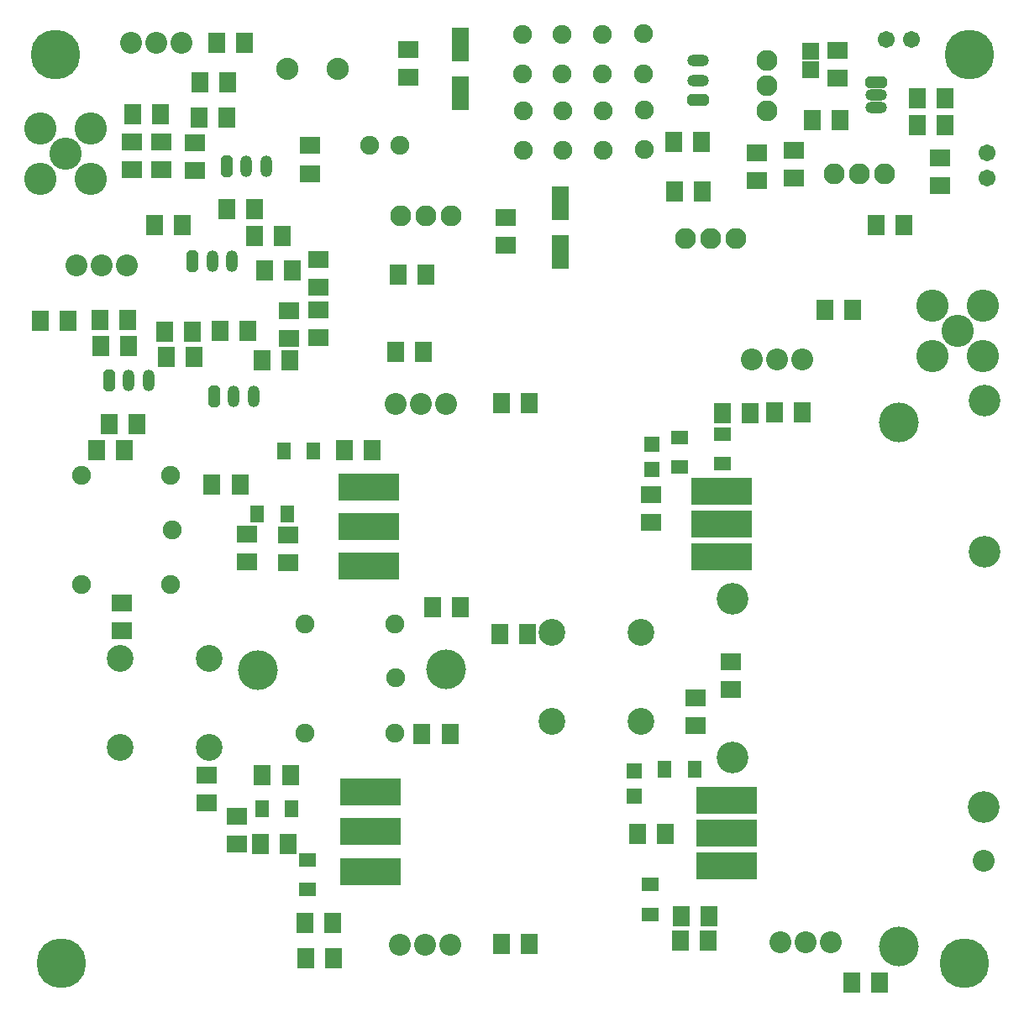
<source format=gbr>
G04 DipTrace 3.3.1.1*
G04 TopMask.gbr*
%MOIN*%
G04 #@! TF.FileFunction,Soldermask,Top*
G04 #@! TF.Part,Single*
%AMOUTLINE1*
4,1,8,
-0.023685,-0.031184,
-0.011499,-0.04337,
0.011499,-0.04337,
0.023685,-0.031184,
0.023685,0.031184,
0.011499,0.04337,
-0.011499,0.04337,
-0.023685,0.031184,
-0.023685,-0.031184,
0*%
%AMOUTLINE4*
4,1,8,
-0.031184,0.023685,
-0.04337,0.011499,
-0.04337,-0.011499,
-0.031184,-0.023685,
0.031184,-0.023685,
0.04337,-0.011499,
0.04337,0.011499,
0.031184,0.023685,
-0.031184,0.023685,
0*%
%AMOUTLINE7*
4,1,8,
0.031184,-0.023685,
0.04337,-0.011499,
0.04337,0.011499,
0.031184,0.023685,
-0.031184,0.023685,
-0.04337,0.011499,
-0.04337,-0.011499,
-0.031184,-0.023685,
0.031184,-0.023685,
0*%
%ADD37R,0.059055X0.059055*%
%ADD45C,0.15748*%
%ADD46C,0.19685*%
%ADD52C,0.067055*%
%ADD54C,0.08674*%
%ADD56C,0.082803*%
%ADD58O,0.08674X0.04737*%
%ADD60O,0.04737X0.08674*%
%ADD62R,0.067055X0.067055*%
%ADD64C,0.106425*%
%ADD66R,0.24422X0.106425*%
%ADD68C,0.12611*%
%ADD70R,0.070992X0.055244*%
%ADD72R,0.055244X0.070992*%
%ADD74C,0.074929*%
%ADD76C,0.088*%
%ADD78C,0.08674*%
%ADD80C,0.128*%
%ADD82R,0.070992X0.132016*%
%ADD84R,0.070992X0.078866*%
%ADD86R,0.078866X0.070992*%
%ADD94OUTLINE1*%
%ADD97OUTLINE4*%
%ADD100OUTLINE7*%
%FSLAX26Y26*%
G04*
G70*
G90*
G75*
G01*
G04 TopMask*
%LPD*%
D86*
X1103199Y3822227D3*
Y3711991D3*
D84*
X1339160Y3559133D3*
X1228924D3*
D86*
X1475169Y3157104D3*
Y3046867D3*
D84*
X836601Y3118003D3*
X726365D3*
X598668Y3116119D3*
X488432D3*
X1312610Y3076371D3*
X1202374D3*
X1092453Y3071311D3*
X982217D3*
X821551Y2603009D3*
X711315D3*
X1908001Y3298173D3*
X2018238D3*
D86*
X2336211Y3527260D3*
Y3417024D3*
D82*
X2552525Y3582123D3*
Y3389210D3*
D84*
X3969720Y3891815D3*
X4079957D3*
D86*
X3651143Y4079286D3*
Y4189522D3*
D84*
X2008173Y2992425D3*
X1897937D3*
X1540364Y586604D3*
X1650600D3*
X1280109Y2465066D3*
X1169873D3*
D86*
X810361Y1887094D3*
Y1997331D3*
X1148274Y1311770D3*
Y1201534D3*
D84*
X1370008Y1312820D3*
X1480244D3*
X1360703Y1038699D3*
X1470940D3*
D86*
X1471665Y2154916D3*
Y2265152D3*
D84*
X2318870Y641610D3*
X2429106D3*
X2318711Y2788990D3*
X2428948D3*
X3707400Y488035D3*
X3817636D3*
X3602601Y3159388D3*
X3712837D3*
X3400178Y2753585D3*
X3510415D3*
D86*
X2911320Y2315238D3*
Y2425474D3*
D84*
X2156715Y1978043D3*
X2046479D3*
X2420647Y1871749D3*
X2310411D3*
D86*
X3228646Y1653843D3*
Y1764079D3*
X3087227Y1619731D3*
Y1509495D3*
D84*
X2003192Y1474260D3*
X2113428D3*
X2967014Y1080387D3*
X2856778D3*
X3137785Y655677D3*
X3027549D3*
D86*
X1948256Y4192584D3*
Y4082348D3*
D82*
X2156333Y4212270D3*
Y4019357D3*
D84*
X3805567Y3496760D3*
X3915803D3*
D45*
X3896723Y2713566D3*
Y633490D3*
X1352727Y1730448D3*
X2097967Y1731396D3*
D46*
X571165Y565052D3*
X4156257Y565123D3*
X4174606Y4172951D3*
X549282Y4173214D3*
D80*
X689234Y3878016D3*
Y3678016D3*
X489234D3*
Y3878016D3*
X589234Y3778016D3*
D78*
X1049836Y4220201D3*
X949836D3*
X849836D3*
D80*
X4228361Y3176285D3*
Y2976285D3*
X4028361D3*
Y3176285D3*
X4128361Y3076285D3*
D78*
X4233227Y973825D3*
D52*
X4244000Y3781008D3*
D76*
X1467971Y4115406D3*
X1667971D3*
D86*
X1591259Y3360711D3*
Y3250475D3*
D74*
X1795345Y3811322D3*
X1913455D3*
D72*
X1455295Y2598541D3*
X1573406D3*
X1349807Y2349718D3*
X1467917D3*
D70*
X1549425Y975961D3*
Y857850D3*
D72*
X1368255Y1177689D3*
X1486365D3*
D70*
X3193508Y2548127D3*
Y2666238D3*
X3025442Y2535003D3*
Y2653113D3*
D72*
X2965458Y1334285D3*
X3083568D3*
D70*
X2906987Y878322D3*
Y760211D3*
D68*
X3234341Y2013869D3*
D74*
X1893753Y1480370D3*
D68*
X3234341Y1383948D3*
X4234042Y2197975D3*
X4233283Y1187226D3*
D66*
X3191066Y2440558D3*
Y2309552D3*
Y2178549D3*
X3211829Y1213572D3*
Y1082568D3*
Y951563D3*
X1790343Y2455913D3*
Y2298433D3*
D74*
X2883307Y4254942D3*
X2405189Y3950476D3*
X2883307Y4097462D3*
X2405189Y3792996D3*
X1893753Y1913441D3*
X1539423Y1480370D3*
Y1913441D3*
X1899297Y1697829D3*
X2562669Y3950476D3*
Y3792996D3*
D68*
X4233661Y2799563D3*
D64*
X805335Y1422404D3*
D66*
X1790343Y2140953D3*
X1796933Y1245472D3*
D74*
X2720150Y3950476D3*
Y3792996D3*
X2886622Y3953151D3*
Y3795671D3*
X1006151Y2068614D3*
Y2501685D3*
X651820Y2068614D3*
Y2501685D3*
X1011694Y2286073D3*
D64*
X2517140Y1525354D3*
D62*
X3545965Y4112457D3*
D74*
X2401874Y4252268D3*
Y4094787D3*
X2559354Y4252268D3*
Y4094787D3*
X2716835Y4252268D3*
Y4094787D3*
D64*
X2871471Y1525354D3*
X2517140Y1879685D3*
X2871471D3*
D66*
X1796933Y1087992D3*
Y930512D3*
D64*
X1159665Y1422404D3*
X805335Y1776735D3*
X1159665D3*
D62*
X3546568Y4184198D3*
D94*
X1228553Y3727857D3*
D60*
X1306234Y3728290D3*
X1385317D3*
D94*
X1092495Y3351338D3*
D60*
X1170176Y3351772D3*
X1249259D3*
D94*
X1177069Y2814439D3*
D60*
X1254750Y2814873D3*
X1333832D3*
D94*
X760490Y2878919D3*
D60*
X838171Y2879352D3*
X917253D3*
D97*
X3806429Y4061413D3*
D58*
Y4011413D3*
Y3961413D3*
D56*
X3049164Y3442850D3*
X3149164D3*
X3249164D3*
D100*
X3099784Y3991166D3*
D58*
X3099351Y4068847D3*
Y4147929D3*
D56*
X3836810Y3700038D3*
X3736810D3*
X3636810D3*
D86*
X1559677Y3810828D3*
Y3700592D3*
D84*
X1121236Y4063608D3*
X1231472D3*
X1118807Y3922202D3*
X1229043D3*
D86*
X851190Y3715722D3*
Y3825958D3*
D84*
X1051836Y3495514D3*
X941600D3*
X1337251Y3453525D3*
X1447487D3*
X1488291Y3316819D3*
X1378055D3*
D54*
X833259Y3334261D3*
X733259D3*
X633259D3*
D84*
X870571Y2705429D3*
X760335D3*
D86*
X1591526Y3158130D3*
Y3047894D3*
D84*
X1479239Y2959493D3*
X1369003D3*
X1099707Y2972954D3*
X989471D3*
X839546Y3016936D3*
X729310D3*
X1188098Y4219588D3*
X1298335D3*
X4080031Y3998699D3*
X3969795D3*
D86*
X970064Y3715726D3*
Y3825962D3*
D84*
X964976Y3934490D3*
X854740D3*
X3662705Y3912617D3*
X3552469D3*
D54*
X2096996Y2785197D3*
X1996996D3*
X1896996D3*
D84*
X1696056Y2602705D3*
X1806293D3*
D54*
X2113693Y638765D3*
X2013693D3*
X1913693D3*
D84*
X1649441Y726459D3*
X1539205D3*
D86*
X1266777Y1148871D3*
Y1038635D3*
X1308965Y2270009D3*
Y2159773D3*
D54*
X3512546Y2962436D3*
X3412546D3*
X3312546D3*
D84*
X3306346Y2748516D3*
X3196110D3*
D37*
X2913690Y2526022D3*
Y2626022D3*
D54*
X3626304Y648332D3*
X3526304D3*
X3426304D3*
D84*
X3140857Y752024D3*
X3030621D3*
D37*
X2846501Y1228274D3*
Y1328274D3*
D84*
X3114014Y3627820D3*
X3003778D3*
X3113047Y3825076D3*
X3002811D3*
D86*
X3330463Y3673525D3*
Y3783761D3*
X3478896Y3682108D3*
Y3792344D3*
X4056759Y3652035D3*
Y3762272D3*
D56*
X1919201Y3531524D3*
X2019201D3*
X2119201D3*
X3371808Y4147533D3*
Y4047533D3*
Y3947533D3*
D52*
X3844000Y4231008D3*
X3944000D3*
X4244000Y3681008D3*
M02*

</source>
